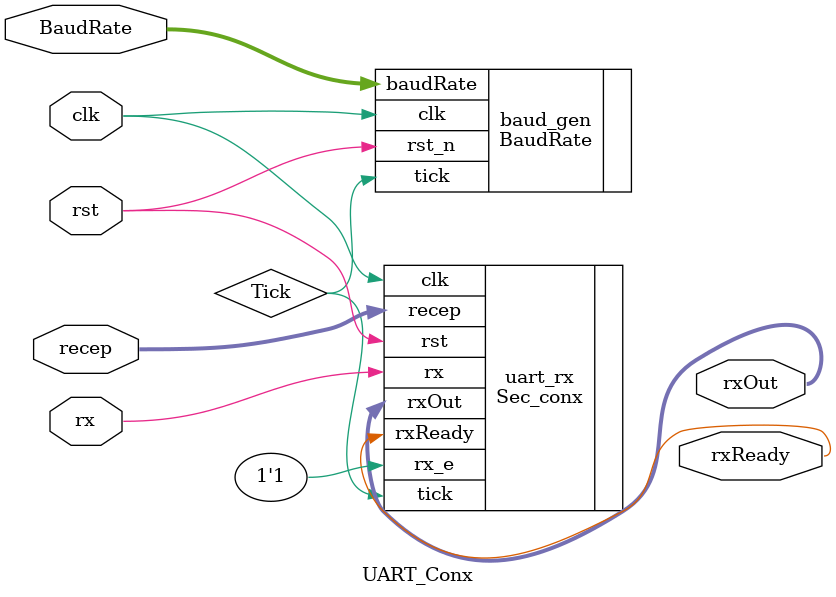
<source format=sv>
module UART_Conx (
    input  logic        clk,rst,rx,             
    input  logic [2:0]  recep,     
    input  logic [15:0] BaudRate,  
    output logic        rxReady, 
    output logic [7:0]  rxOut      
);


logic Tick;

BaudRate baud_gen(
	.clk(clk),
	.rst_n(rst),
	.tick(Tick),
	.baudRate(BaudRate)
);
 
Sec_conx uart_rx(
	.clk(clk),
	.rst(rst),
	.rx(rx),
	.rx_e(1'b1),   
	.tick(Tick),    
	.recep(recep),
	.rxReady(rxReady),
	.rxOut(rxOut)
);

endmodule

</source>
